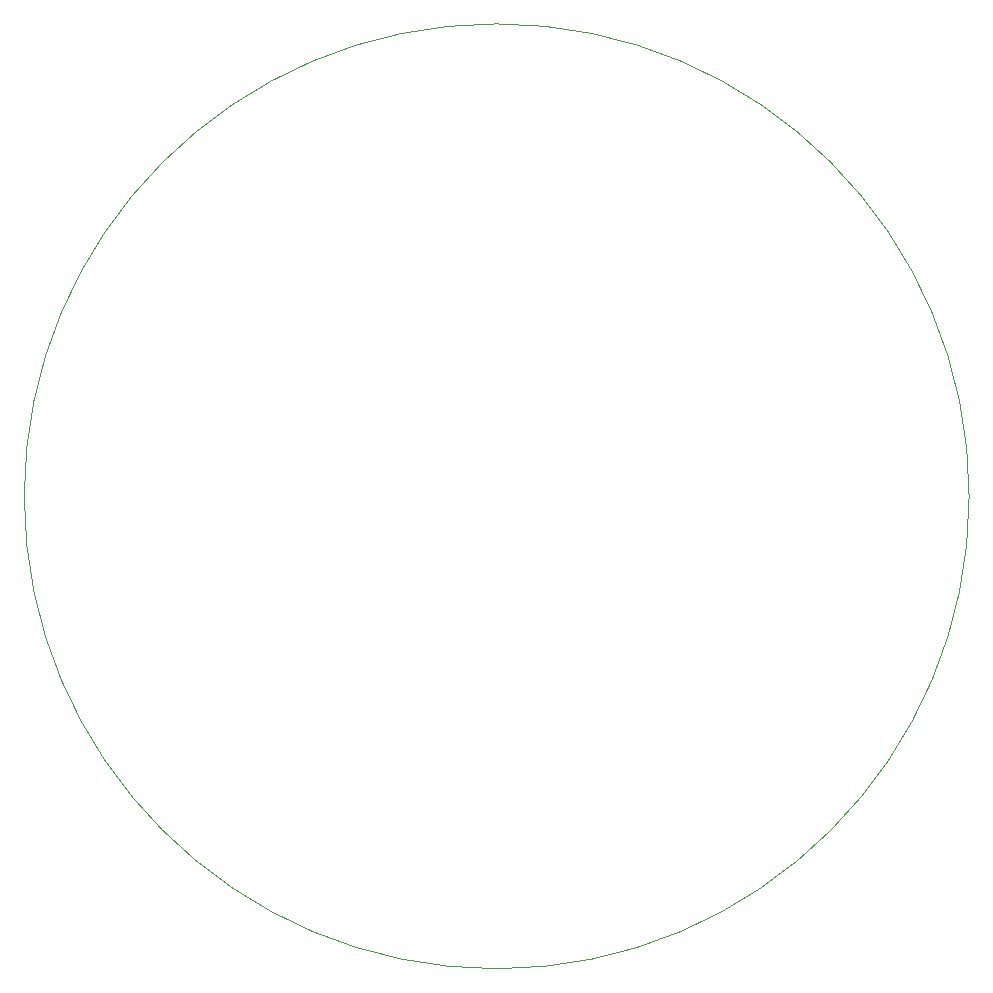
<source format=gm1>
G04*
G04 #@! TF.GenerationSoftware,Altium Limited,Altium Designer,21.7.2 (23)*
G04*
G04 Layer_Color=16711935*
%FSLAX25Y25*%
%MOIN*%
G70*
G04*
G04 #@! TF.SameCoordinates,D2632727-04CE-4768-A3A0-452A1BE06696*
G04*
G04*
G04 #@! TF.FilePolarity,Positive*
G04*
G01*
G75*
%ADD57C,0.00394*%
D57*
X157480Y0D02*
G03*
X157480Y0I-157480J0D01*
G01*
M02*

</source>
